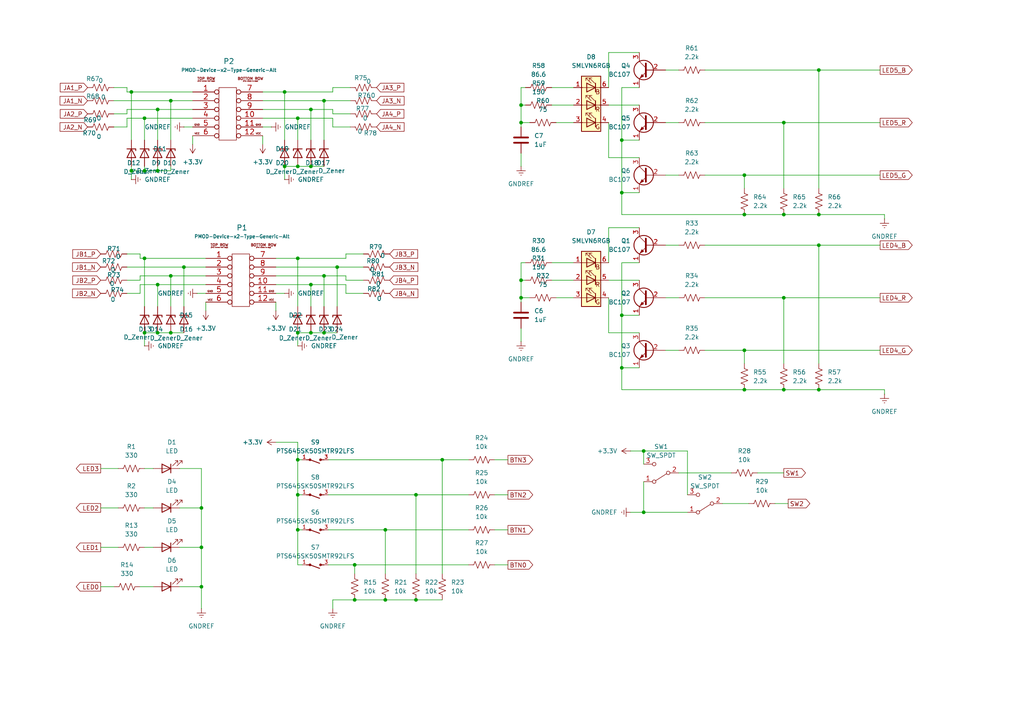
<source format=kicad_sch>
(kicad_sch (version 20231120) (generator "eeschema") (generator_version "8.0")
  (paper "A4")
  (junction (at 93.98 96.52))
  (junction (at 49.53 96.52))
  (junction (at 102.87 163.83))
  (junction (at 49.53 80.01))
  (junction (at 186.69 148.59))
  (junction (at 180.34 40.64))
  (junction (at 45.72 96.52))
  (junction (at 215.9 101.6))
  (junction (at 102.87 173.99))
  (junction (at 186.69 130.81))
  (junction (at 86.36 133.35))
  (junction (at 86.36 74.93))
  (junction (at 45.72 49.53))
  (junction (at 111.76 153.67))
  (junction (at 86.36 34.29))
  (junction (at 237.49 62.23))
  (junction (at 90.17 82.55))
  (junction (at 180.34 91.44))
  (junction (at 82.55 48.26))
  (junction (at 38.1 49.53))
  (junction (at 237.49 71.12))
  (junction (at 151.13 86.36))
  (junction (at 237.49 20.32))
  (junction (at 41.91 34.29))
  (junction (at 90.17 31.75))
  (junction (at 86.36 96.52))
  (junction (at 58.42 158.75))
  (junction (at 93.98 80.01))
  (junction (at 41.91 74.93))
  (junction (at 227.33 62.23))
  (junction (at 180.34 106.68))
  (junction (at 38.1 26.67))
  (junction (at 86.36 143.51))
  (junction (at 215.9 62.23))
  (junction (at 120.65 173.99))
  (junction (at 93.98 29.21))
  (junction (at 86.36 153.67))
  (junction (at 215.9 113.03))
  (junction (at 49.53 29.21))
  (junction (at 128.27 133.35))
  (junction (at 237.49 113.03))
  (junction (at 180.34 55.88))
  (junction (at 90.17 96.52))
  (junction (at 151.13 35.56))
  (junction (at 58.42 170.18))
  (junction (at 41.91 49.53))
  (junction (at 97.79 77.47))
  (junction (at 90.17 48.26))
  (junction (at 82.55 26.67))
  (junction (at 86.36 48.26))
  (junction (at 45.72 31.75))
  (junction (at 227.33 35.56))
  (junction (at 151.13 30.48))
  (junction (at 227.33 86.36))
  (junction (at 120.65 143.51))
  (junction (at 53.34 77.47))
  (junction (at 58.42 147.32))
  (junction (at 151.13 81.28))
  (junction (at 111.76 173.99))
  (junction (at 41.91 96.52))
  (junction (at 45.72 82.55))
  (junction (at 215.9 50.8))
  (junction (at 227.33 113.03))
  (wire (pts (xy 58.42 170.18) (xy 58.42 176.53)))
  (wire (pts (xy 102.87 163.83) (xy 135.89 163.83)))
  (wire (pts (xy 120.65 166.37) (xy 120.65 143.51)))
  (wire (pts (xy 120.65 143.51) (xy 135.89 143.51)))
  (wire (pts (xy 29.21 135.89) (xy 34.29 135.89)))
  (wire (pts (xy 193.04 86.36) (xy 196.85 86.36)))
  (wire (pts (xy 86.36 143.51) (xy 87.63 143.51)))
  (wire (pts (xy 215.9 113.03) (xy 180.34 113.03)))
  (wire (pts (xy 151.13 25.4) (xy 151.13 30.48)))
  (wire (pts (xy 215.9 101.6) (xy 255.27 101.6)))
  (wire (pts (xy 105.41 81.28) (xy 100.33 81.28)))
  (wire (pts (xy 209.55 146.05) (xy 217.17 146.05)))
  (wire (pts (xy 227.33 62.23) (xy 237.49 62.23)))
  (wire (pts (xy 93.98 80.01) (xy 93.98 88.9)))
  (wire (pts (xy 49.53 40.64) (xy 49.53 29.21)))
  (wire (pts (xy 40.64 74.93) (xy 41.91 74.93)))
  (wire (pts (xy 49.53 80.01) (xy 59.69 80.01)))
  (wire (pts (xy 58.42 158.75) (xy 58.42 170.18)))
  (wire (pts (xy 256.54 63.5) (xy 256.54 62.23)))
  (wire (pts (xy 40.64 81.28) (xy 40.64 80.01)))
  (wire (pts (xy 38.1 26.67) (xy 38.1 40.64)))
  (wire (pts (xy 151.13 44.45) (xy 151.13 48.26)))
  (wire (pts (xy 185.42 25.4) (xy 180.34 25.4)))
  (wire (pts (xy 86.36 143.51) (xy 86.36 153.67)))
  (wire (pts (xy 93.98 29.21) (xy 101.6 29.21)))
  (wire (pts (xy 33.02 33.02) (xy 36.83 33.02)))
  (wire (pts (xy 215.9 54.61) (xy 215.9 50.8)))
  (wire (pts (xy 100.33 74.93) (xy 86.36 74.93)))
  (wire (pts (xy 95.25 163.83) (xy 102.87 163.83)))
  (wire (pts (xy 80.01 80.01) (xy 93.98 80.01)))
  (wire (pts (xy 193.04 101.6) (xy 196.85 101.6)))
  (wire (pts (xy 227.33 113.03) (xy 237.49 113.03)))
  (wire (pts (xy 52.07 147.32) (xy 58.42 147.32)))
  (wire (pts (xy 36.83 81.28) (xy 40.64 81.28)))
  (wire (pts (xy 33.02 29.21) (xy 49.53 29.21)))
  (wire (pts (xy 151.13 76.2) (xy 151.13 81.28)))
  (wire (pts (xy 152.4 25.4) (xy 151.13 25.4)))
  (wire (pts (xy 199.39 143.51) (xy 199.39 130.81)))
  (wire (pts (xy 80.01 82.55) (xy 90.17 82.55)))
  (wire (pts (xy 36.83 77.47) (xy 53.34 77.47)))
  (wire (pts (xy 76.2 39.37) (xy 76.2 41.91)))
  (wire (pts (xy 186.69 130.81) (xy 186.69 134.62)))
  (wire (pts (xy 161.29 86.36) (xy 166.37 86.36)))
  (wire (pts (xy 93.98 29.21) (xy 93.98 40.64)))
  (wire (pts (xy 40.64 85.09) (xy 40.64 82.55)))
  (wire (pts (xy 143.51 133.35) (xy 147.32 133.35)))
  (wire (pts (xy 193.04 50.8) (xy 196.85 50.8)))
  (wire (pts (xy 36.83 33.02) (xy 36.83 31.75)))
  (wire (pts (xy 36.83 31.75) (xy 45.72 31.75)))
  (wire (pts (xy 45.72 96.52) (xy 49.53 96.52)))
  (wire (pts (xy 176.53 86.36) (xy 176.53 96.52)))
  (wire (pts (xy 90.17 31.75) (xy 96.52 31.75)))
  (wire (pts (xy 227.33 35.56) (xy 255.27 35.56)))
  (wire (pts (xy 86.36 133.35) (xy 87.63 133.35)))
  (wire (pts (xy 49.53 49.53) (xy 45.72 49.53)))
  (wire (pts (xy 176.53 81.28) (xy 185.42 81.28)))
  (wire (pts (xy 143.51 153.67) (xy 147.32 153.67)))
  (wire (pts (xy 176.53 66.04) (xy 185.42 66.04)))
  (wire (pts (xy 101.6 33.02) (xy 96.52 33.02)))
  (wire (pts (xy 143.51 143.51) (xy 147.32 143.51)))
  (wire (pts (xy 76.2 31.75) (xy 90.17 31.75)))
  (wire (pts (xy 49.53 48.26) (xy 49.53 49.53)))
  (wire (pts (xy 33.02 25.4) (xy 36.83 25.4)))
  (wire (pts (xy 95.25 153.67) (xy 111.76 153.67)))
  (wire (pts (xy 176.53 25.4) (xy 176.53 15.24)))
  (wire (pts (xy 41.91 34.29) (xy 55.88 34.29)))
  (wire (pts (xy 161.29 35.56) (xy 166.37 35.56)))
  (wire (pts (xy 86.36 48.26) (xy 90.17 48.26)))
  (wire (pts (xy 90.17 31.75) (xy 90.17 40.64)))
  (wire (pts (xy 101.6 36.83) (xy 96.52 36.83)))
  (wire (pts (xy 45.72 31.75) (xy 55.88 31.75)))
  (wire (pts (xy 180.34 76.2) (xy 180.34 91.44)))
  (wire (pts (xy 227.33 54.61) (xy 227.33 35.56)))
  (wire (pts (xy 193.04 71.12) (xy 196.85 71.12)))
  (wire (pts (xy 151.13 36.83) (xy 151.13 35.56)))
  (wire (pts (xy 176.53 35.56) (xy 176.53 45.72)))
  (wire (pts (xy 45.72 82.55) (xy 45.72 88.9)))
  (wire (pts (xy 215.9 113.03) (xy 227.33 113.03)))
  (wire (pts (xy 215.9 105.41) (xy 215.9 101.6)))
  (wire (pts (xy 96.52 176.53) (xy 96.52 173.99)))
  (wire (pts (xy 193.04 20.32) (xy 196.85 20.32)))
  (wire (pts (xy 38.1 49.53) (xy 41.91 49.53)))
  (wire (pts (xy 45.72 48.26) (xy 45.72 49.53)))
  (wire (pts (xy 80.01 74.93) (xy 86.36 74.93)))
  (wire (pts (xy 237.49 105.41) (xy 237.49 71.12)))
  (wire (pts (xy 52.07 158.75) (xy 58.42 158.75)))
  (wire (pts (xy 29.21 170.18) (xy 33.02 170.18)))
  (wire (pts (xy 100.33 81.28) (xy 100.33 80.01)))
  (wire (pts (xy 186.69 139.7) (xy 186.69 148.59)))
  (wire (pts (xy 76.2 26.67) (xy 82.55 26.67)))
  (wire (pts (xy 100.33 73.66) (xy 100.33 74.93)))
  (wire (pts (xy 80.01 85.09) (xy 82.55 85.09)))
  (wire (pts (xy 76.2 34.29) (xy 86.36 34.29)))
  (wire (pts (xy 95.25 143.51) (xy 120.65 143.51)))
  (wire (pts (xy 111.76 173.99) (xy 120.65 173.99)))
  (wire (pts (xy 256.54 62.23) (xy 237.49 62.23)))
  (wire (pts (xy 102.87 173.99) (xy 111.76 173.99)))
  (wire (pts (xy 86.36 153.67) (xy 86.36 163.83)))
  (wire (pts (xy 176.53 30.48) (xy 185.42 30.48)))
  (wire (pts (xy 93.98 96.52) (xy 97.79 96.52)))
  (wire (pts (xy 256.54 114.3) (xy 256.54 113.03)))
  (wire (pts (xy 55.88 39.37) (xy 55.88 41.91)))
  (wire (pts (xy 36.83 73.66) (xy 40.64 73.66)))
  (wire (pts (xy 80.01 87.63) (xy 80.01 90.17)))
  (wire (pts (xy 215.9 62.23) (xy 180.34 62.23)))
  (wire (pts (xy 204.47 20.32) (xy 237.49 20.32)))
  (wire (pts (xy 97.79 77.47) (xy 97.79 88.9)))
  (wire (pts (xy 196.85 137.16) (xy 212.09 137.16)))
  (wire (pts (xy 96.52 34.29) (xy 86.36 34.29)))
  (wire (pts (xy 86.36 128.27) (xy 86.36 133.35)))
  (wire (pts (xy 128.27 133.35) (xy 128.27 166.37)))
  (wire (pts (xy 40.64 73.66) (xy 40.64 74.93)))
  (wire (pts (xy 86.36 153.67) (xy 87.63 153.67)))
  (wire (pts (xy 100.33 85.09) (xy 100.33 82.55)))
  (wire (pts (xy 111.76 153.67) (xy 111.76 166.37)))
  (wire (pts (xy 219.71 137.16) (xy 227.33 137.16)))
  (wire (pts (xy 58.42 135.89) (xy 58.42 147.32)))
  (wire (pts (xy 82.55 48.26) (xy 86.36 48.26)))
  (wire (pts (xy 215.9 62.23) (xy 227.33 62.23)))
  (wire (pts (xy 151.13 86.36) (xy 153.67 86.36)))
  (wire (pts (xy 90.17 48.26) (xy 93.98 48.26)))
  (wire (pts (xy 215.9 50.8) (xy 255.27 50.8)))
  (wire (pts (xy 41.91 135.89) (xy 44.45 135.89)))
  (wire (pts (xy 180.34 62.23) (xy 180.34 55.88)))
  (wire (pts (xy 224.79 146.05) (xy 228.6 146.05)))
  (wire (pts (xy 160.02 81.28) (xy 166.37 81.28)))
  (wire (pts (xy 193.04 35.56) (xy 196.85 35.56)))
  (wire (pts (xy 49.53 29.21) (xy 55.88 29.21)))
  (wire (pts (xy 186.69 148.59) (xy 182.88 148.59)))
  (wire (pts (xy 36.83 25.4) (xy 36.83 26.67)))
  (wire (pts (xy 90.17 96.52) (xy 93.98 96.52)))
  (wire (pts (xy 204.47 71.12) (xy 237.49 71.12)))
  (wire (pts (xy 176.53 96.52) (xy 185.42 96.52)))
  (wire (pts (xy 45.72 31.75) (xy 45.72 40.64)))
  (wire (pts (xy 151.13 35.56) (xy 153.67 35.56)))
  (wire (pts (xy 86.36 163.83) (xy 87.63 163.83)))
  (wire (pts (xy 59.69 87.63) (xy 59.69 90.17)))
  (wire (pts (xy 86.36 96.52) (xy 86.36 100.33)))
  (wire (pts (xy 86.36 96.52) (xy 90.17 96.52)))
  (wire (pts (xy 237.49 20.32) (xy 255.27 20.32)))
  (wire (pts (xy 151.13 95.25) (xy 151.13 99.06)))
  (wire (pts (xy 256.54 113.03) (xy 237.49 113.03)))
  (wire (pts (xy 180.34 106.68) (xy 180.34 91.44)))
  (wire (pts (xy 40.64 80.01) (xy 49.53 80.01)))
  (wire (pts (xy 143.51 163.83) (xy 147.32 163.83)))
  (wire (pts (xy 52.07 170.18) (xy 58.42 170.18)))
  (wire (pts (xy 151.13 30.48) (xy 151.13 35.56)))
  (wire (pts (xy 227.33 35.56) (xy 204.47 35.56)))
  (wire (pts (xy 76.2 29.21) (xy 93.98 29.21)))
  (wire (pts (xy 105.41 73.66) (xy 100.33 73.66)))
  (wire (pts (xy 215.9 50.8) (xy 204.47 50.8)))
  (wire (pts (xy 93.98 80.01) (xy 100.33 80.01)))
  (wire (pts (xy 101.6 25.4) (xy 96.52 25.4)))
  (wire (pts (xy 86.36 34.29) (xy 86.36 40.64)))
  (wire (pts (xy 38.1 26.67) (xy 55.88 26.67)))
  (wire (pts (xy 111.76 153.67) (xy 135.89 153.67)))
  (wire (pts (xy 160.02 25.4) (xy 166.37 25.4)))
  (wire (pts (xy 49.53 80.01) (xy 49.53 88.9)))
  (wire (pts (xy 151.13 87.63) (xy 151.13 86.36)))
  (wire (pts (xy 41.91 96.52) (xy 45.72 96.52)))
  (wire (pts (xy 180.34 40.64) (xy 185.42 40.64)))
  (wire (pts (xy 86.36 133.35) (xy 86.36 143.51)))
  (wire (pts (xy 53.34 88.9) (xy 53.34 77.47)))
  (wire (pts (xy 176.53 45.72) (xy 185.42 45.72)))
  (wire (pts (xy 186.69 148.59) (xy 199.39 148.59)))
  (wire (pts (xy 100.33 82.55) (xy 90.17 82.55)))
  (wire (pts (xy 152.4 30.48) (xy 151.13 30.48)))
  (wire (pts (xy 180.34 25.4) (xy 180.34 40.64)))
  (wire (pts (xy 36.83 36.83) (xy 36.83 34.29)))
  (wire (pts (xy 86.36 74.93) (xy 86.36 88.9)))
  (wire (pts (xy 227.33 86.36) (xy 227.33 105.41)))
  (wire (pts (xy 41.91 34.29) (xy 41.91 40.64)))
  (wire (pts (xy 41.91 74.93) (xy 59.69 74.93)))
  (wire (pts (xy 128.27 133.35) (xy 135.89 133.35)))
  (wire (pts (xy 182.88 130.81) (xy 186.69 130.81)))
  (wire (pts (xy 45.72 49.53) (xy 41.91 49.53)))
  (wire (pts (xy 38.1 48.26) (xy 38.1 49.53)))
  (wire (pts (xy 80.01 77.47) (xy 97.79 77.47)))
  (wire (pts (xy 120.65 173.99) (xy 128.27 173.99)))
  (wire (pts (xy 152.4 76.2) (xy 151.13 76.2)))
  (wire (pts (xy 40.64 170.18) (xy 44.45 170.18)))
  (wire (pts (xy 41.91 74.93) (xy 41.91 88.9)))
  (wire (pts (xy 185.42 76.2) (xy 180.34 76.2)))
  (wire (pts (xy 49.53 96.52) (xy 53.34 96.52)))
  (wire (pts (xy 152.4 81.28) (xy 151.13 81.28)))
  (wire (pts (xy 95.25 133.35) (xy 128.27 133.35)))
  (wire (pts (xy 180.34 113.03) (xy 180.34 106.68)))
  (wire (pts (xy 80.01 128.27) (xy 86.36 128.27)))
  (wire (pts (xy 102.87 163.83) (xy 102.87 166.37)))
  (wire (pts (xy 96.52 173.99) (xy 102.87 173.99)))
  (wire (pts (xy 41.91 48.26) (xy 41.91 49.53)))
  (wire (pts (xy 38.1 49.53) (xy 38.1 52.07)))
  (wire (pts (xy 176.53 15.24) (xy 185.42 15.24)))
  (wire (pts (xy 41.91 96.52) (xy 41.91 100.33)))
  (wire (pts (xy 29.21 158.75) (xy 34.29 158.75)))
  (wire (pts (xy 160.02 30.48) (xy 166.37 30.48)))
  (wire (pts (xy 82.55 26.67) (xy 82.55 40.64)))
  (wire (pts (xy 176.53 76.2) (xy 176.53 66.04)))
  (wire (pts (xy 36.83 34.29) (xy 41.91 34.29)))
  (wire (pts (xy 90.17 82.55) (xy 90.17 88.9)))
  (wire (pts (xy 96.52 26.67) (xy 82.55 26.67)))
  (wire (pts (xy 33.02 36.83) (xy 36.83 36.83)))
  (wire (pts (xy 160.02 76.2) (xy 166.37 76.2)))
  (wire (pts (xy 151.13 81.28) (xy 151.13 86.36)))
  (wire (pts (xy 57.15 85.09) (xy 59.69 85.09)))
  (wire (pts (xy 36.83 26.67) (xy 38.1 26.67)))
  (wire (pts (xy 237.49 54.61) (xy 237.49 20.32)))
  (wire (pts (xy 96.52 33.02) (xy 96.52 31.75)))
  (wire (pts (xy 97.79 77.47) (xy 105.41 77.47)))
  (wire (pts (xy 36.83 85.09) (xy 40.64 85.09)))
  (wire (pts (xy 96.52 25.4) (xy 96.52 26.67)))
  (wire (pts (xy 255.27 86.36) (xy 227.33 86.36)))
  (wire (pts (xy 76.2 36.83) (xy 78.74 36.83)))
  (wire (pts (xy 237.49 71.12) (xy 255.27 71.12)))
  (wire (pts (xy 82.55 48.26) (xy 82.55 52.07)))
  (wire (pts (xy 53.34 36.83) (xy 55.88 36.83)))
  (wire (pts (xy 185.42 55.88) (xy 180.34 55.88)))
  (wire (pts (xy 180.34 55.88) (xy 180.34 40.64)))
  (wire (pts (xy 199.39 130.81) (xy 186.69 130.81)))
  (wire (pts (xy 52.07 135.89) (xy 58.42 135.89)))
  (wire (pts (xy 45.72 82.55) (xy 59.69 82.55)))
  (wire (pts (xy 96.52 36.83) (xy 96.52 34.29)))
  (wire (pts (xy 180.34 91.44) (xy 185.42 91.44)))
  (wire (pts (xy 215.9 101.6) (xy 204.47 101.6)))
  (wire (pts (xy 41.91 147.32) (xy 44.45 147.32)))
  (wire (pts (xy 53.34 77.47) (xy 59.69 77.47)))
  (wire (pts (xy 40.64 82.55) (xy 45.72 82.55)))
  (wire (pts (xy 185.42 106.68) (xy 180.34 106.68)))
  (wire (pts (xy 58.42 147.32) (xy 58.42 158.75)))
  (wire (pts (xy 41.91 158.75) (xy 44.45 158.75)))
  (wire (pts (xy 105.41 85.09) (xy 100.33 85.09)))
  (wire (pts (xy 29.21 147.32) (xy 34.29 147.32)))
  (wire (pts (xy 227.33 86.36) (xy 204.47 86.36)))
  (global_label "LED2" (shape output) (at 29.21 147.32 180) (property "Intersheetrefs" "${INTERSHEET_REFS}" (effects (hide yes))))
  (global_label "LED0" (shape output) (at 29.21 170.18 180) (property "Intersheetrefs" "${INTERSHEET_REFS}" (effects (hide yes))))
  (global_label "JA1_N" (shape input) (at 25.4 29.21 180) (property "Intersheetrefs" "${INTERSHEET_REFS}" (effects (hide yes))))
  (global_label "JA3_N" (shape input) (at 109.22 29.21 0) (property "Intersheetrefs" "${INTERSHEET_REFS}" (effects (hide yes))))
  (global_label "LED5_R" (shape output) (at 255.27 35.56 0) (property "Intersheetrefs" "${INTERSHEET_REFS}" (effects (hide yes))))
  (global_label "BTN2" (shape output) (at 147.32 143.51 0) (property "Intersheetrefs" "${INTERSHEET_REFS}" (effects (hide yes))))
  (global_label "JA2_P" (shape input) (at 25.4 33.02 180) (property "Intersheetrefs" "${INTERSHEET_REFS}" (effects (hide yes))))
  (global_label "JB2_P" (shape input) (at 29.21 81.28 180) (property "Intersheetrefs" "${INTERSHEET_REFS}" (effects (hide yes))))
  (global_label "LED1" (shape output) (at 29.21 158.75 180) (property "Intersheetrefs" "${INTERSHEET_REFS}" (effects (hide yes))))
  (global_label "JA1_P" (shape input) (at 25.4 25.4 180) (property "Intersheetrefs" "${INTERSHEET_REFS}" (effects (hide yes))))
  (global_label "JB1_P" (shape input) (at 29.21 73.66 180) (property "Intersheetrefs" "${INTERSHEET_REFS}" (effects (hide yes))))
  (global_label "LED4_B" (shape output) (at 255.27 71.12 0) (property "Intersheetrefs" "${INTERSHEET_REFS}" (effects (hide yes))))
  (global_label "LED4_G" (shape output) (at 255.27 101.6 0) (property "Intersheetrefs" "${INTERSHEET_REFS}" (effects (hide yes))))
  (global_label "LED5_B" (shape output) (at 255.27 20.32 0) (property "Intersheetrefs" "${INTERSHEET_REFS}" (effects (hide yes))))
  (global_label "JB4_P" (shape input) (at 113.03 81.28 0) (property "Intersheetrefs" "${INTERSHEET_REFS}" (effects (hide yes))))
  (global_label "LED5_G" (shape output) (at 255.27 50.8 0) (property "Intersheetrefs" "${INTERSHEET_REFS}" (effects (hide yes))))
  (global_label "JA4_P" (shape input) (at 109.22 33.02 0) (property "Intersheetrefs" "${INTERSHEET_REFS}" (effects (hide yes))))
  (global_label "BTN1" (shape output) (at 147.32 153.67 0) (property "Intersheetrefs" "${INTERSHEET_REFS}" (effects (hide yes))))
  (global_label "JB4_N" (shape input) (at 113.03 85.09 0) (property "Intersheetrefs" "${INTERSHEET_REFS}" (effects (hide yes))))
  (global_label "SW2" (shape output) (at 228.6 146.05 0) (property "Intersheetrefs" "${INTERSHEET_REFS}" (effects (hide yes))))
  (global_label "JA3_P" (shape input) (at 109.22 25.4 0) (property "Intersheetrefs" "${INTERSHEET_REFS}" (effects (hide yes))))
  (global_label "JB3_P" (shape input) (at 113.03 73.66 0) (property "Intersheetrefs" "${INTERSHEET_REFS}" (effects (hide yes))))
  (global_label "JB1_N" (shape input) (at 29.21 77.47 180) (property "Intersheetrefs" "${INTERSHEET_REFS}" (effects (hide yes))))
  (global_label "BTN3" (shape output) (at 147.32 133.35 0) (property "Intersheetrefs" "${INTERSHEET_REFS}" (effects (hide yes))))
  (global_label "JB3_N" (shape input) (at 113.03 77.47 0) (property "Intersheetrefs" "${INTERSHEET_REFS}" (effects (hide yes))))
  (global_label "LED4_R" (shape output) (at 255.27 86.36 0) (property "Intersheetrefs" "${INTERSHEET_REFS}" (effects (hide yes))))
  (global_label "JA4_N" (shape input) (at 109.22 36.83 0) (property "Intersheetrefs" "${INTERSHEET_REFS}" (effects (hide yes))))
  (global_label "JB2_N" (shape input) (at 29.21 85.09 180) (property "Intersheetrefs" "${INTERSHEET_REFS}" (effects (hide yes))))
  (global_label "JA2_N" (shape input) (at 25.4 36.83 180) (property "Intersheetrefs" "${INTERSHEET_REFS}" (effects (hide yes))))
  (global_label "LED3" (shape output) (at 29.21 135.89 180) (property "Intersheetrefs" "${INTERSHEET_REFS}" (effects (hide yes))))
  (global_label "SW1" (shape output) (at 227.33 137.16 0) (property "Intersheetrefs" "${INTERSHEET_REFS}" (effects (hide yes))))
  (global_label "BTN0" (shape output) (at 147.32 163.83 0) (property "Intersheetrefs" "${INTERSHEET_REFS}" (effects (hide yes))))
  (symbol (lib_id "Device:R_US") (at 139.7 163.83 90) (unit 1)
    (property "Reference" "R27" (at 139.7 157.48 90))
    (property "Value" "10k" (at 139.7 160.02 90))
    (property "Footprint" "footprints:R_0402" (effects (hide yes)))
    (property "Description" "Resistor, US symbol" (effects (hide yes)))
  )
  (symbol (lib_id "Device:R_US") (at 105.41 33.02 270) (mirror x) (unit 1)
    (property "Reference" "R77" (at 105.156 31.496 90))
    (property "Value" "0" (at 105.918 34.29 90))
    (property "Footprint" "footprints:R_0402" (effects (hide yes)))
    (property "Description" "Resistor, US symbol" (effects (hide yes)))
  )
  (symbol (lib_id "Transistor_BJT:BC107") (at 187.96 50.8 0) (mirror y) (unit 1)
    (property "Reference" "Q6" (at 182.88 49.5299 0) (effects (justify left)))
    (property "Value" "BC107" (at 182.88 52.0699 0) (effects (justify left)))
    (property "Footprint" "footprints:TO-18-3" (effects (hide yes)))
    (property "Datasheet" "http://www.b-kainka.de/Daten/Transistor/BC108.pdf" (effects (hide yes)))
    (property "Description" "0.1A Ic, 50V Vce, Low Noise General Purpose NPN Transistor, TO-18" (effects (hide yes)))
  )
  (symbol (lib_id "pmod:PMOD-Device-x2-Type-Generic-Alt") (at 68.58 40.64 0) (mirror y) (unit 1)
    (property "Reference" "P2" (at 66.3717 17.78 0) (effects (font (size 1.524 1.524))))
    (property "Value" "PMOD-Device-x2-Type-Generic-Alt" (at 66.3717 20.32 0) (effects (font (size 0.9906 0.9906))))
    (property "Footprint" "footprints:CONN_PPPC062LJBN-RC_SUL" (effects (hide yes)))
  )
  (symbol (lib_id "Device:R_US") (at 215.9 58.42 180) (unit 1)
    (property "Reference" "R64" (at 218.44 57.1499 0) (effects (justify right)))
    (property "Value" "2.2k" (at 218.44 59.6899 0) (effects (justify right)))
    (property "Footprint" "footprints:R_0402" (effects (hide yes)))
    (property "Description" "Resistor, US symbol" (effects (hide yes)))
  )
  (symbol (lib_id "Device:R_US") (at 156.21 25.4 90) (unit 1)
    (property "Reference" "R58" (at 156.21 19.05 90))
    (property "Value" "86.6" (at 156.21 21.59 90))
    (property "Footprint" "footprints:R_0402" (effects (hide yes)))
    (property "Description" "Resistor, US symbol" (effects (hide yes)))
  )
  (symbol (lib_id "Device:R_US") (at 215.9 109.22 180) (unit 1)
    (property "Reference" "R55" (at 218.44 107.9499 0) (effects (justify right)))
    (property "Value" "2.2k" (at 218.44 110.4899 0) (effects (justify right)))
    (property "Footprint" "footprints:R_0402" (effects (hide yes)))
    (property "Description" "Resistor, US symbol" (effects (hide yes)))
  )
  (symbol (lib_id "Device:D_Zener") (at 93.98 92.71 90) (mirror x) (unit 1)
    (property "Reference" "D23" (at 96.266 95.504 90) (effects (justify left)))
    (property "Value" "D_Zener" (at 96.266 98.044 90) (effects (justify left)))
    (property "Footprint" "footprints:SOD123_DIO" (effects (hide yes)))
    (property "Description" "Zener diode" (effects (hide yes)))
  )
  (symbol (lib_id "Device:LED") (at 48.26 147.32 180) (unit 1)
    (property "Reference" "D4" (at 49.8475 139.7 0))
    (property "Value" "LED" (at 49.8475 142.24 0))
    (property "Footprint" "footprints:LED_0402_1005Metric" (effects (hide yes)))
    (property "Description" "Light emitting diode" (effects (hide yes)))
  )
  (symbol (lib_id "Device:D_Zener") (at 90.17 44.45 90) (mirror x) (unit 1)
    (property "Reference" "D18" (at 92.456 47.244 90) (effects (justify left)))
    (property "Value" "D_Zener" (at 92.456 49.784 90) (effects (justify left)))
    (property "Footprint" "footprints:SOD123_DIO" (effects (hide yes)))
    (property "Description" "Zener diode" (effects (hide yes)))
  )
  (symbol (lib_id "PTS645SK50SMTR92LFS_:PTS645SK50SMTR92LFS") (at 91.44 163.83 90) (unit 1)
    (property "Reference" "S7" (at 91.44 158.75 90))
    (property "Value" "PTS645SK50SMTR92LFS" (at 91.44 161.29 90))
    (property "Footprint" "footprints:SW_PTS645SK50SMTR92LFS" (effects (hide yes)))
    (property "STANDARD" "Manufacturer Recommendations" (effects (hide yes)))
    (property "MANUFACTURER" "CnK" (effects (hide yes)))
  )
  (symbol (lib_id "Switch2:SW_SPDT") (at 191.77 137.16 180) (unit 1)
    (property "Reference" "SW1" (at 191.77 129.54 0))
    (property "Value" "SW_SPDT" (at 191.77 132.08 0))
    (property "Footprint" "footprints:SS-12D10G5_XKB" (effects (hide yes)))
    (property "Description" "Switch, single pole double throw" (effects (hide yes)))
  )
  (symbol (lib_id "Device:R_US") (at 38.1 158.75 90) (unit 1)
    (property "Reference" "R13" (at 38.1 152.4 90))
    (property "Value" "330" (at 38.1 154.94 90))
    (property "Footprint" "footprints:R_0402" (effects (hide yes)))
    (property "Description" "Resistor, US symbol" (effects (hide yes)))
  )
  (symbol (lib_id "power:GNDREF") (at 57.15 85.09 270) (unit 1)
    (property "Reference" "#PWR016" (effects (hide yes)))
    (property "Value" "GNDREF" (at 53.34 85.0899 90) (effects (justify right)))
    (property "Description" "Power symbol creates a global label with name \"GNDREF\" , reference supply ground" (effects (hide yes)))
  )
  (symbol (lib_id "Device:R_US") (at 105.41 36.83 270) (mirror x) (unit 1)
    (property "Reference" "R78" (at 107.442 38.608 90))
    (property "Value" "0" (at 104.394 38.1 90))
    (property "Footprint" "footprints:R_0402" (effects (hide yes)))
    (property "Description" "Resistor, US symbol" (effects (hide yes)))
  )
  (symbol (lib_id "Device:C") (at 151.13 40.64 0) (unit 1)
    (property "Reference" "C7" (at 154.94 39.3699 0) (effects (justify left)))
    (property "Value" "1uF" (at 154.94 41.9099 0) (effects (justify left)))
    (property "Footprint" "footprints:C_0402" (effects (hide yes)))
    (property "Description" "Unpolarized capacitor" (effects (hide yes)))
  )
  (symbol (lib_id "Device:D_Zener") (at 41.91 92.71 270) (unit 1)
    (property "Reference" "D13" (at 40.132 95.504 90) (effects (justify left)))
    (property "Value" "D_Zener" (at 35.814 97.79 90) (effects (justify left)))
    (property "Footprint" "footprints:SOD123_DIO" (effects (hide yes)))
    (property "Description" "Zener diode" (effects (hide yes)))
  )
  (symbol (lib_id "power:+3.3V") (at 76.2 41.91 180) (unit 1)
    (property "Reference" "#PWR013" (effects (hide yes)))
    (property "Value" "+3.3V" (at 76.2 46.99 0))
    (property "Description" "Power symbol creates a global label with name \"+3.3V\"" (effects (hide yes)))
  )
  (symbol (lib_id "LED:SMLVN6RGB") (at 171.45 81.28 0) (unit 1)
    (property "Reference" "D7" (at 171.45 67.31 0))
    (property "Value" "SMLVN6RGB" (at 171.45 69.85 0))
    (property "Footprint" "footprints:LED_SMLV56_ROM" (effects (hide yes)))
    (property "Datasheet" "https://www.rohm.com/datasheet/SMLVN6RGB1U" (effects (hide yes)))
    (property "Description" "High Brightness Tri-Color LED, RGB, 3.5x2.8mm" (effects (hide yes)))
  )
  (symbol (lib_id "power:GNDREF") (at 256.54 63.5 0) (unit 1)
    (property "Reference" "#PWR09" (effects (hide yes)))
    (property "Value" "GNDREF" (at 256.54 68.58 0))
    (property "Description" "Power symbol creates a global label with name \"GNDREF\" , reference supply ground" (effects (hide yes)))
  )
  (symbol (lib_id "Device:R_US") (at 105.41 29.21 270) (mirror x) (unit 1)
    (property "Reference" "R76" (at 105.664 27.686 90))
    (property "Value" "0" (at 108.204 27.686 90))
    (property "Footprint" "footprints:R_0402" (effects (hide yes)))
    (property "Description" "Resistor, US symbol" (effects (hide yes)))
  )
  (symbol (lib_id "PTS645SK50SMTR92LFS_:PTS645SK50SMTR92LFS") (at 91.44 133.35 90) (unit 1)
    (property "Reference" "S9" (at 91.44 128.27 90))
    (property "Value" "PTS645SK50SMTR92LFS" (at 91.44 130.81 90))
    (property "Footprint" "footprints:SW_PTS645SK50SMTR92LFS" (effects (hide yes)))
    (property "STANDARD" "Manufacturer Recommendations" (effects (hide yes)))
    (property "MANUFACTURER" "CnK" (effects (hide yes)))
  )
  (symbol (lib_id "Device:R_US") (at 29.21 25.4 90) (unit 1)
    (property "Reference" "R67" (at 26.924 22.86 90))
    (property "Value" "0" (at 29.21 23.368 90))
    (property "Footprint" "footprints:R_0402" (effects (hide yes)))
    (property "Description" "Resistor, US symbol" (effects (hide yes)))
  )
  (symbol (lib_id "Device:R_US") (at 237.49 58.42 180) (unit 1)
    (property "Reference" "R66" (at 240.03 57.1499 0) (effects (justify right)))
    (property "Value" "2.2k" (at 240.03 59.6899 0) (effects (justify right)))
    (property "Footprint" "footprints:R_0402" (effects (hide yes)))
    (property "Description" "Resistor, US symbol" (effects (hide yes)))
  )
  (symbol (lib_id "power:GNDREF") (at 38.1 52.07 90) (unit 1)
    (property "Reference" "#PWR010" (effects (hide yes)))
    (property "Value" "GNDREF" (at 41.91 52.0699 90) (effects (justify right)))
    (property "Description" "Power symbol creates a global label with name \"GNDREF\" , reference supply ground" (effects (hide yes)))
  )
  (symbol (lib_id "Device:R_US") (at 156.21 81.28 90) (unit 1)
    (property "Reference" "R31" (at 156.21 74.93 90))
    (property "Value" "150" (at 156.21 77.47 90))
    (property "Footprint" "footprints:R_0402" (effects (hide yes)))
    (property "Description" "Resistor, US symbol" (effects (hide yes)))
  )
  (symbol (lib_id "power:GNDREF") (at 256.54 114.3 0) (unit 1)
    (property "Reference" "#PWR07" (effects (hide yes)))
    (property "Value" "GNDREF" (at 256.54 119.38 0))
    (property "Description" "Power symbol creates a global label with name \"GNDREF\" , reference supply ground" (effects (hide yes)))
  )
  (symbol (lib_id "Device:R_US") (at 200.66 86.36 90) (unit 1)
    (property "Reference" "R34" (at 200.66 80.01 90))
    (property "Value" "2.2k" (at 200.66 82.55 90))
    (property "Footprint" "footprints:R_0402" (effects (hide yes)))
    (property "Description" "Resistor, US symbol" (effects (hide yes)))
  )
  (symbol (lib_id "Device:LED") (at 48.26 135.89 180) (unit 1)
    (property "Reference" "D1" (at 49.8475 128.27 0))
    (property "Value" "LED" (at 49.8475 130.81 0))
    (property "Footprint" "footprints:LED_0402_1005Metric" (effects (hide yes)))
    (property "Description" "Light emitting diode" (effects (hide yes)))
  )
  (symbol (lib_id "Transistor_BJT:BC107") (at 187.96 101.6 0) (mirror y) (unit 1)
    (property "Reference" "Q3" (at 182.88 100.3299 0) (effects (justify left)))
    (property "Value" "BC107" (at 182.88 102.8699 0) (effects (justify left)))
    (property "Footprint" "footprints:TO-18-3" (effects (hide yes)))
    (property "Datasheet" "http://www.b-kainka.de/Daten/Transistor/BC108.pdf" (effects (hide yes)))
    (property "Description" "0.1A Ic, 50V Vce, Low Noise General Purpose NPN Transistor, TO-18" (effects (hide yes)))
  )
  (symbol (lib_id "pmod:PMOD-Device-x2-Type-Generic-Alt") (at 72.39 88.9 0) (mirror y) (unit 1)
    (property "Reference" "P1" (at 70.1817 66.04 0) (effects (font (size 1.524 1.524))))
    (property "Value" "PMOD-Device-x2-Type-Generic-Alt" (at 70.1817 68.58 0) (effects (font (size 0.9906 0.9906))))
    (property "Footprint" "footprints:CONN_PPPC062LJBN-RC_SUL" (effects (hide yes)))
  )
  (symbol (lib_id "Device:R_US") (at 200.66 20.32 90) (unit 1)
    (property "Reference" "R61" (at 200.66 13.97 90))
    (property "Value" "2.2k" (at 200.66 16.51 90))
    (property "Footprint" "footprints:R_0402" (effects (hide yes)))
    (property "Description" "Resistor, US symbol" (effects (hide yes)))
  )
  (symbol (lib_id "Device:R_US") (at 33.02 73.66 90) (unit 1)
    (property "Reference" "R71" (at 33.02 72.136 90))
    (property "Value" "0" (at 34.29 74.422 90))
    (property "Footprint" "footprints:R_0402" (effects (hide yes)))
    (property "Description" "Resistor, US symbol" (effects (hide yes)))
  )
  (symbol (lib_id "Device:R_US") (at 120.65 170.18 0) (unit 1)
    (property "Reference" "R22" (at 123.19 168.9099 0) (effects (justify left)))
    (property "Value" "10k" (at 123.19 171.4499 0) (effects (justify left)))
    (property "Footprint" "footprints:R_0402" (effects (hide yes)))
    (property "Description" "Resistor, US symbol" (effects (hide yes)))
  )
  (symbol (lib_id "Transistor_BJT:BC107") (at 187.96 86.36 0) (mirror y) (unit 1)
    (property "Reference" "Q2" (at 182.88 85.0899 0) (effects (justify left)))
    (property "Value" "BC107" (at 182.88 87.6299 0) (effects (justify left)))
    (property "Footprint" "footprints:TO-18-3" (effects (hide yes)))
    (property "Datasheet" "http://www.b-kainka.de/Daten/Transistor/BC108.pdf" (effects (hide yes)))
    (property "Description" "0.1A Ic, 50V Vce, Low Noise General Purpose NPN Transistor, TO-18" (effects (hide yes)))
  )
  (symbol (lib_id "Transistor_BJT:BC107") (at 187.96 35.56 0) (mirror y) (unit 1)
    (property "Reference" "Q5" (at 182.88 34.2899 0) (effects (justify left)))
    (property "Value" "BC107" (at 182.88 36.8299 0) (effects (justify left)))
    (property "Footprint" "footprints:TO-18-3" (effects (hide yes)))
    (property "Datasheet" "http://www.b-kainka.de/Daten/Transistor/BC108.pdf" (effects (hide yes)))
    (property "Description" "0.1A Ic, 50V Vce, Low Noise General Purpose NPN Transistor, TO-18" (effects (hide yes)))
  )
  (symbol (lib_id "Device:R_US") (at 157.48 35.56 90) (unit 1)
    (property "Reference" "R60" (at 157.48 29.21 90))
    (property "Value" "75" (at 157.48 31.75 90))
    (property "Footprint" "footprints:R_0402" (effects (hide yes)))
    (property "Description" "Resistor, US symbol" (effects (hide yes)))
  )
  (symbol (lib_id "power:GNDREF") (at 151.13 48.26 0) (unit 1)
    (property "Reference" "#PWR08" (effects (hide yes)))
    (property "Value" "GNDREF" (at 151.13 53.34 0))
    (property "Description" "Power symbol creates a global label with name \"GNDREF\" , reference supply ground" (effects (hide yes)))
  )
  (symbol (lib_id "Device:R_US") (at 139.7 143.51 90) (unit 1)
    (property "Reference" "R25" (at 139.7 137.16 90))
    (property "Value" "10k" (at 139.7 139.7 90))
    (property "Footprint" "footprints:R_0402" (effects (hide yes)))
    (property "Description" "Resistor, US symbol" (effects (hide yes)))
  )
  (symbol (lib_id "Device:LED") (at 48.26 170.18 180) (unit 1)
    (property "Reference" "D6" (at 49.8475 162.56 0))
    (property "Value" "LED" (at 49.8475 165.1 0))
    (property "Footprint" "footprints:LED_0402_1005Metric" (effects (hide yes)))
    (property "Description" "Light emitting diode" (effects (hide yes)))
  )
  (symbol (lib_id "Device:R_US") (at 200.66 71.12 90) (unit 1)
    (property "Reference" "R33" (at 200.66 64.77 90))
    (property "Value" "2.2k" (at 200.66 67.31 90))
    (property "Footprint" "footprints:R_0402" (effects (hide yes)))
    (property "Description" "Resistor, US symbol" (effects (hide yes)))
  )
  (symbol (lib_id "power:GNDREF") (at 82.55 52.07 90) (unit 1)
    (property "Reference" "#PWR0115" (effects (hide yes)))
    (property "Value" "GNDREF" (at 86.36 52.0699 90) (effects (justify right)))
    (property "Description" "Power symbol creates a global label with name \"GNDREF\" , reference supply ground" (effects (hide yes)))
  )
  (symbol (lib_id "Device:R_US") (at 29.21 33.02 90) (unit 1)
    (property "Reference" "R69" (at 26.162 34.798 90))
    (property "Value" "0" (at 28.702 34.29 90))
    (property "Footprint" "footprints:R_0402" (effects (hide yes)))
    (property "Description" "Resistor, US symbol" (effects (hide yes)))
  )
  (symbol (lib_id "Device:R_US") (at 139.7 153.67 90) (unit 1)
    (property "Reference" "R26" (at 139.7 147.32 90))
    (property "Value" "10k" (at 139.7 149.86 90))
    (property "Footprint" "footprints:R_0402" (effects (hide yes)))
    (property "Description" "Resistor, US symbol" (effects (hide yes)))
  )
  (symbol (lib_id "power:GNDREF") (at 58.42 176.53 0) (unit 1)
    (property "Reference" "#PWR01" (effects (hide yes)))
    (property "Value" "GNDREF" (at 58.42 181.61 0))
    (property "Description" "Power symbol creates a global label with name \"GNDREF\" , reference supply ground" (effects (hide yes)))
  )
  (symbol (lib_id "Device:D_Zener") (at 38.1 44.45 270) (unit 1)
    (property "Reference" "D12" (at 36.83 47.244 90) (effects (justify left)))
    (property "Value" "D_Zener" (at 35.814 49.784 90) (effects (justify left)))
    (property "Footprint" "footprints:SOD123_DIO" (effects (hide yes)))
    (property "Description" "Zener diode" (effects (hide yes)))
  )
  (symbol (lib_id "Device:R_US") (at 38.1 147.32 90) (unit 1)
    (property "Reference" "R2" (at 38.1 140.97 90))
    (property "Value" "330" (at 38.1 143.51 90))
    (property "Footprint" "footprints:R_0402" (effects (hide yes)))
    (property "Description" "Resistor, US symbol" (effects (hide yes)))
  )
  (symbol (lib_id "Device:R_US") (at 220.98 146.05 90) (unit 1)
    (property "Reference" "R29" (at 220.98 139.7 90))
    (property "Value" "10k" (at 220.98 142.24 90))
    (property "Footprint" "footprints:R_0402" (effects (hide yes)))
    (property "Description" "Resistor, US symbol" (effects (hide yes)))
  )
  (symbol (lib_id "Device:R_US") (at 36.83 170.18 90) (unit 1)
    (property "Reference" "R14" (at 36.83 163.83 90))
    (property "Value" "330" (at 36.83 166.37 90))
    (property "Footprint" "footprints:R_0402" (effects (hide yes)))
    (property "Description" "Resistor, US symbol" (effects (hide yes)))
  )
  (symbol (lib_id "power:GNDREF") (at 53.34 36.83 270) (unit 1)
    (property "Reference" "#PWR011" (effects (hide yes)))
    (property "Value" "GNDREF" (at 49.53 36.8299 90) (effects (justify right)))
    (property "Description" "Power symbol creates a global label with name \"GNDREF\" , reference supply ground" (effects (hide yes)))
  )
  (symbol (lib_id "Device:R_US") (at 29.21 36.83 90) (unit 1)
    (property "Reference" "R70" (at 25.908 38.608 90))
    (property "Value" "0" (at 28.702 39.624 90))
    (property "Footprint" "footprints:R_0402" (effects (hide yes)))
    (property "Description" "Resistor, US symbol" (effects (hide yes)))
  )
  (symbol (lib_id "Device:R_US") (at 33.02 81.28 90) (unit 1)
    (property "Reference" "R73" (at 33.02 79.756 90))
    (property "Value" "0" (at 32.512 82.296 90))
    (property "Footprint" "footprints:R_0402" (effects (hide yes)))
    (property "Description" "Resistor, US symbol" (effects (hide yes)))
  )
  (symbol (lib_id "Device:R_US") (at 109.22 85.09 270) (mirror x) (unit 1)
    (property "Reference" "R82" (at 108.458 83.82 90))
    (property "Value" "0" (at 109.982 86.614 90))
    (property "Footprint" "footprints:R_0402" (effects (hide yes)))
    (property "Description" "Resistor, US symbol" (effects (hide yes)))
  )
  (symbol (lib_id "Device:D_Zener") (at 82.55 44.45 90) (mirror x) (unit 1)
    (property "Reference" "D20" (at 83.82 47.244 90) (effects (justify left)))
    (property "Value" "D_Zener" (at 84.836 49.784 90) (effects (justify left)))
    (property "Footprint" "footprints:SOD123_DIO" (effects (hide yes)))
    (property "Description" "Zener diode" (effects (hide yes)))
  )
  (symbol (lib_id "power:GNDREF") (at 96.52 176.53 0) (unit 1)
    (property "Reference" "#PWR03" (effects (hide yes)))
    (property "Value" "GNDREF" (at 96.52 181.61 0))
    (property "Description" "Power symbol creates a global label with name \"GNDREF\" , reference supply ground" (effects (hide yes)))
  )
  (symbol (lib_id "Switch2:SW_SPDT") (at 204.47 146.05 180) (unit 1)
    (property "Reference" "SW2" (at 204.47 138.43 0))
    (property "Value" "SW_SPDT" (at 204.47 140.97 0))
    (property "Footprint" "footprints:SS-12D10G5_XKB" (effects (hide yes)))
    (property "Description" "Switch, single pole double throw" (effects (hide yes)))
  )
  (symbol (lib_id "Device:R_US") (at 200.66 50.8 90) (unit 1)
    (property "Reference" "R63" (at 200.66 44.45 90))
    (property "Value" "2.2k" (at 200.66 46.99 90))
    (property "Footprint" "footprints:R_0402" (effects (hide yes)))
    (property "Description" "Resistor, US symbol" (effects (hide yes)))
  )
  (symbol (lib_id "Device:R_US") (at 102.87 170.18 0) (unit 1)
    (property "Reference" "R15" (at 105.41 168.9099 0) (effects (justify left)))
    (property "Value" "10k" (at 105.41 171.4499 0) (effects (justify left)))
    (property "Footprint" "footprints:R_0402" (effects (hide yes)))
    (property "Description" "Resistor, US symbol" (effects (hide yes)))
  )
  (symbol (lib_id "Device:D_Zener") (at 86.36 44.45 90) (mirror x) (unit 1)
    (property "Reference" "D19" (at 83.82 43.1799 90) (effects (justify left)))
    (property "Value" "D_Zener" (effects (hide yes)))
    (property "Footprint" "footprints:SOD123_DIO" (effects (hide yes)))
    (property "Description" "Zener diode" (effects (hide yes)))
  )
  (symbol (lib_id "Device:D_Zener") (at 86.36 92.71 90) (mirror x) (unit 1)
    (property "Reference" "D21" (at 87.63 95.504 90) (effects (justify left)))
    (property "Value" "D_Zener" (at 88.646 98.044 90) (effects (justify left)))
    (property "Footprint" "footprints:SOD123_DIO" (effects (hide yes)))
    (property "Description" "Zener diode" (effects (hide yes)))
  )
  (symbol (lib_id "Device:R_US") (at 156.21 76.2 90) (unit 1)
    (property "Reference" "R30" (at 156.21 69.85 90))
    (property "Value" "86.6" (at 156.21 72.39 90))
    (property "Footprint" "footprints:R_0402" (effects (hide yes)))
    (property "Description" "Resistor, US symbol" (effects (hide yes)))
  )
  (symbol (lib_id "Device:D_Zener") (at 97.79 92.71 90) (mirror x) (unit 1)
    (property "Reference" "D24" (at 99.568 95.504 90) (effects (justify left)))
    (property "Value" "D_Zener" (at 103.886 97.79 90) (effects (justify left)))
    (property "Footprint" "footprints:SOD123_DIO" (effects (hide yes)))
    (property "Description" "Zener diode" (effects (hide yes)))
  )
  (symbol (lib_id "Device:D_Zener") (at 93.98 44.45 90) (mirror x) (unit 1)
    (property "Reference" "D17" (at 95.758 47.244 90) (effects (justify left)))
    (property "Value" "D_Zener" (at 100.076 49.53 90) (effects (justify left)))
    (property "Footprint" "footprints:SOD123_DIO" (effects (hide yes)))
    (property "Description" "Zener diode" (effects (hide yes)))
  )
  (symbol (lib_id "power:+3.3V") (at 182.88 130.81 90) (unit 1)
    (property "Reference" "#PWR04" (effects (hide yes)))
    (property "Value" "+3.3V" (at 179.07 130.8099 90) (effects (justify left)))
    (property "Description" "Power symbol creates a global label with name \"+3.3V\"" (effects (hide yes)))
  )
  (symbol (lib_id "power:+3.3V") (at 59.69 90.17 180) (unit 1)
    (property "Reference" "#PWR017" (effects (hide yes)))
    (property "Value" "+3.3V" (at 59.69 95.25 0))
    (property "Description" "Power symbol creates a global label with name \"+3.3V\"" (effects (hide yes)))
  )
  (symbol (lib_id "Device:LED") (at 48.26 158.75 180) (unit 1)
    (property "Reference" "D5" (at 49.8475 151.13 0))
    (property "Value" "LED" (at 49.8475 153.67 0))
    (property "Footprint" "footprints:LED_0402_1005Metric" (effects (hide yes)))
    (property "Description" "Light emitting diode" (effects (hide yes)))
  )
  (symbol (lib_id "Device:R_US") (at 200.66 35.56 90) (unit 1)
    (property "Reference" "R62" (at 200.66 29.21 90))
    (property "Value" "2.2k" (at 200.66 31.75 90))
    (property "Footprint" "footprints:R_0402" (effects (hide yes)))
    (property "Description" "Resistor, US symbol" (effects (hide yes)))
  )
  (symbol (lib_id "Device:C") (at 151.13 91.44 0) (unit 1)
    (property "Reference" "C6" (at 154.94 90.1699 0) (effects (justify left)))
    (property "Value" "1uF" (at 154.94 92.7099 0) (effects (justify left)))
    (property "Footprint" "footprints:C_0402" (effects (hide yes)))
    (property "Description" "Unpolarized capacitor" (effects (hide yes)))
  )
  (symbol (lib_id "power:+3.3V") (at 80.01 90.17 180) (unit 1)
    (property "Reference" "#PWR018" (effects (hide yes)))
    (property "Value" "+3.3V" (at 80.01 95.25 0))
    (property "Description" "Power symbol creates a global label with name \"+3.3V\"" (effects (hide yes)))
  )
  (symbol (lib_id "Device:R_US") (at 109.22 73.66 270) (mirror x) (unit 1)
    (property "Reference" "R79" (at 108.966 71.628 90))
    (property "Value" "0" (at 110.998 74.168 90))
    (property "Footprint" "footprints:R_0402" (effects (hide yes)))
    (property "Description" "Resistor, US symbol" (effects (hide yes)))
  )
  (symbol (lib_id "Device:D_Zener") (at 41.91 44.45 270) (unit 1)
    (property "Reference" "D11" (at 44.45 43.1799 90) (effects (justify left)))
    (property "Value" "D_Zener" (effects (hide yes)))
    (property "Footprint" "footprints:SOD123_DIO" (effects (hide yes)))
    (property "Description" "Zener diode" (effects (hide yes)))
  )
  (symbol (lib_id "power:GNDREF") (at 41.91 100.33 90) (unit 1)
    (property "Reference" "#PWR015" (effects (hide yes)))
    (property "Value" "GNDREF" (at 45.72 100.3299 90) (effects (justify right)))
    (property "Description" "Power symbol creates a global label with name \"GNDREF\" , reference supply ground" (effects (hide yes)))
  )
  (symbol (lib_id "Device:R_US") (at 109.22 81.28 270) (mirror x) (unit 1)
    (property "Reference" "R81" (at 109.728 79.502 90))
    (property "Value" "0" (at 109.728 82.296 90))
    (property "Footprint" "footprints:R_0402" (effects (hide yes)))
    (property "Description" "Resistor, US symbol" (effects (hide yes)))
  )
  (symbol (lib_id "PTS645SK50SMTR92LFS_:PTS645SK50SMTR92LFS") (at 91.44 153.67 90) (unit 1)
    (property "Reference" "S6" (at 91.44 148.59 90))
    (property "Value" "PTS645SK50SMTR92LFS" (at 91.44 151.13 90))
    (property "Footprint" "footprints:SW_PTS645SK50SMTR92LFS" (effects (hide yes)))
    (property "STANDARD" "Manufacturer Recommendations" (effects (hide yes)))
    (property "MANUFACTURER" "CnK" (effects (hide yes)))
  )
  (symbol (lib_id "Device:R_US") (at 33.02 77.47 90) (unit 1)
    (property "Reference" "R72" (at 31.496 75.692 90))
    (property "Value" "0" (at 32.766 78.232 90))
    (property "Footprint" "footprints:R_0402" (effects (hide yes)))
    (property "Description" "Resistor, US symbol" (effects (hide yes)))
  )
  (symbol (lib_id "Device:R_US") (at 215.9 137.16 90) (unit 1)
    (property "Reference" "R28" (at 215.9 130.81 90))
    (property "Value" "10k" (at 215.9 133.35 90))
    (property "Footprint" "footprints:R_0402" (effects (hide yes)))
    (property "Description" "Resistor, US symbol" (effects (hide yes)))
  )
  (symbol (lib_id "Device:R_US") (at 237.49 109.22 180) (unit 1)
    (property "Reference" "R57" (at 240.03 107.9499 0) (effects (justify right)))
    (property "Value" "2.2k" (at 240.03 110.4899 0) (effects (justify right)))
    (property "Footprint" "footprints:R_0402" (effects (hide yes)))
    (property "Description" "Resistor, US symbol" (effects (hide yes)))
  )
  (symbol (lib_id "Transistor_BJT:BC107") (at 187.96 71.12 0) (mirror y) (unit 1)
    (property "Reference" "Q1" (at 182.88 69.8499 0) (effects (justify left)))
    (property "Value" "BC107" (at 182.88 72.3899 0) (effects (justify left)))
    (property "Footprint" "footprints:TO-18-3" (effects (hide yes)))
    (property "Datasheet" "http://www.b-kainka.de/Daten/Transistor/BC108.pdf" (effects (hide yes)))
    (property "Description" "0.1A Ic, 50V Vce, Low Noise General Purpose NPN Transistor, TO-18" (effects (hide yes)))
  )
  (symbol (lib_id "Device:D_Zener") (at 49.53 44.45 270) (unit 1)
    (property "Reference" "D10" (at 47.244 47.244 90) (effects (justify left)))
    (property "Value" "D_Zener" (at 47.244 49.784 90) (effects (justify left)))
    (property "Footprint" "footprints:SOD123_DIO" (effects (hide yes)))
    (property "Description" "Zener diode" (effects (hide yes)))
  )
  (symbol (lib_id "Device:R_US") (at 33.02 85.09 90) (unit 1)
    (property "Reference" "R74" (at 34.036 84.074 90))
    (property "Value" "0" (at 32.766 86.868 90))
    (property "Footprint" "footprints:R_0402" (effects (hide yes)))
    (property "Description" "Resistor, US symbol" (effects (hide yes)))
  )
  (symbol (lib_id "power:+3.3V") (at 55.88 41.91 180) (unit 1)
    (property "Reference" "#PWR012" (effects (hide yes)))
    (property "Value" "+3.3V" (at 55.88 46.99 0))
    (property "Description" "Power symbol creates a global label with name \"+3.3V\"" (effects (hide yes)))
  )
  (symbol (lib_id "power:+3.3V") (at 80.01 128.27 90) (unit 1)
    (property "Reference" "#PWR02" (effects (hide yes)))
    (property "Value" "+3.3V" (at 76.2 128.2699 90) (effects (justify left)))
    (property "Description" "Power symbol creates a global label with name \"+3.3V\"" (effects (hide yes)))
  )
  (symbol (lib_id "Device:D_Zener") (at 49.53 92.71 270) (unit 1)
    (property "Reference" "D15" (at 52.07 91.4399 90) (effects (justify left)))
    (property "Value" "D_Zener" (effects (hide yes)))
    (property "Footprint" "footprints:SOD123_DIO" (effects (hide yes)))
    (property "Description" "Zener diode" (effects (hide yes)))
  )
  (symbol (lib_id "Device:R_US") (at 156.21 30.48 90) (unit 1)
    (property "Reference" "R59" (at 156.21 24.13 90))
    (property "Value" "150" (at 156.21 26.67 90))
    (property "Footprint" "footprints:R_0402" (effects (hide yes)))
    (property "Description" "Resistor, US symbol" (effects (hide yes)))
  )
  (symbol (lib_id "power:GNDREF") (at 182.88 148.59 270) (unit 1)
    (property "Reference" "#PWR05" (effects (hide yes)))
    (property "Value" "GNDREF" (at 179.07 148.5899 90) (effects (justify right)))
    (property "Description" "Power symbol creates a global label with name \"GNDREF\" , reference supply ground" (effects (hide yes)))
  )
  (symbol (lib_id "Device:D_Zener") (at 45.72 92.71 270) (unit 1)
    (property "Reference" "D14" (at 43.434 95.504 90) (effects (justify left)))
    (property "Value" "D_Zener" (at 43.434 98.044 90) (effects (justify left)))
    (property "Footprint" "footprints:SOD123_DIO" (effects (hide yes)))
    (property "Description" "Zener diode" (effects (hide yes)))
  )
  (symbol (lib_id "Device:R_US") (at 38.1 135.89 90) (unit 1)
    (property "Reference" "R1" (at 38.1 129.54 90))
    (property "Value" "330" (at 38.1 132.08 90))
    (property "Footprint" "footprints:R_0402" (effects (hide yes)))
    (property "Description" "Resistor, US symbol" (effects (hide yes)))
  )
  (symbol (lib_id "power:GNDREF") (at 78.74 36.83 90) (unit 1)
    (property "Reference" "#PWR014" (effects (hide yes)))
    (property "Value" "GNDREF" (at 82.55 36.8299 90) (effects (justify right)))
    (property "Description" "Power symbol creates a global label with name \"GNDREF\" , reference supply ground" (effects (hide yes)))
  )
  (symbol (lib_id "Device:R_US") (at 111.76 170.18 0) (unit 1)
    (property "Reference" "R21" (at 114.3 168.9099 0) (effects (justify left)))
    (property "Value" "10k" (at 114.3 171.4499 0) (effects (justify left)))
    (property "Footprint" "footprints:R_0402" (effects (hide yes)))
    (property "Description" "Resistor, US symbol" (effects (hide yes)))
  )
  (symbol (lib_id "Device:R_US") (at 128.27 170.18 0) (unit 1)
    (property "Reference" "R23" (at 130.81 168.9099 0) (effects (justify left)))
    (property "Value" "10k" (at 130.81 171.4499 0) (effects (justify left)))
    (property "Footprint" "footprints:R_0402" (effects (hide yes)))
    (property "Description" "Resistor, US symbol" (effects (hide yes)))
  )
  (symbol (lib_id "power:GNDREF") (at 151.13 99.06 0) (unit 1)
    (property "Reference" "#PWR06" (effects (hide yes)))
    (property "Value" "GNDREF" (at 151.13 104.14 0))
    (property "Description" "Power symbol creates a global label with name \"GNDREF\" , reference supply ground" (effects (hide yes)))
  )
  (symbol (lib_id "Device:R_US") (at 105.41 25.4 270) (mirror x) (unit 1)
    (property "Reference" "R75" (at 104.648 22.606 90))
    (property "Value" "0" (at 106.934 23.622 90))
    (property "Footprint" "footprints:R_0402" (effects (hide yes)))
    (property "Description" "Resistor, US symbol" (effects (hide yes)))
  )
  (symbol (lib_id "Device:R_US") (at 200.66 101.6 90) (unit 1)
    (property "Reference" "R35" (at 200.66 95.25 90))
    (property "Value" "2.2k" (at 200.66 97.79 90))
    (property "Footprint" "footprints:R_0402" (effects (hide yes)))
    (property "Description" "Resistor, US symbol" (effects (hide yes)))
  )
  (symbol (lib_id "Device:R_US") (at 109.22 77.47 270) (mirror x) (unit 1)
    (property "Reference" "R80" (at 108.204 75.692 90))
    (property "Value" "0" (at 107.95 78.232 90))
    (property "Footprint" "footprints:R_0402" (effects (hide yes)))
    (property "Description" "Resistor, US symbol" (effects (hide yes)))
  )
  (symbol (lib_id "Device:R_US") (at 227.33 109.22 180) (unit 1)
    (property "Reference" "R56" (at 229.87 107.9499 0) (effects (justify right)))
    (property "Value" "2.2k" (at 229.87 110.4899 0) (effects (justify right)))
    (property "Footprint" "footprints:R_0402" (effects (hide yes)))
    (property "Description" "Resistor, US symbol" (effects (hide yes)))
  )
  (symbol (lib_id "Device:D_Zener") (at 53.34 92.71 270) (unit 1)
    (property "Reference" "D16" (at 52.07 95.504 90) (effects (justify left)))
    (property "Value" "D_Zener" (at 51.054 98.044 90) (effects (justify left)))
    (property "Footprint" "footprints:SOD123_DIO" (effects (hide yes)))
    (property "Description" "Zener diode" (effects (hide yes)))
  )
  (symbol (lib_id "power:GNDREF") (at 86.36 100.33 90) (unit 1)
    (property "Reference" "#PWR020" (effects (hide yes)))
    (property "Value" "GNDREF" (at 90.17 100.3299 90) (effects (justify right)))
    (property "Description" "Power symbol creates a global label with name \"GNDREF\" , reference supply ground" (effects (hide yes)))
  )
  (symbol (lib_id "PTS645SK50SMTR92LFS_:PTS645SK50SMTR92LFS") (at 91.44 143.51 90) (unit 1)
    (property "Reference" "S8" (at 91.44 138.43 90))
    (property "Value" "PTS645SK50SMTR92LFS" (at 91.44 140.97 90))
    (property "Footprint" "footprints:SW_PTS645SK50SMTR92LFS" (effects (hide yes)))
    (property "STANDARD" "Manufacturer Recommendations" (effects (hide yes)))
    (property "MANUFACTURER" "CnK" (effects (hide yes)))
  )
  (symbol (lib_id "power:GNDREF") (at 82.55 85.09 90) (unit 1)
    (property "Reference" "#PWR019" (effects (hide yes)))
    (property "Value" "GNDREF" (at 86.36 85.0899 90) (effects (justify right)))
    (property "Description" "Power symbol creates a global label with name \"GNDREF\" , reference supply ground" (effects (hide yes)))
  )
  (symbol (lib_id "Transistor_BJT:BC107") (at 187.96 20.32 0) (mirror y) (unit 1)
    (property "Reference" "Q4" (at 182.88 19.0499 0) (effects (justify left)))
    (property "Value" "BC107" (at 182.88 21.5899 0) (effects (justify left)))
    (property "Footprint" "footprints:TO-18-3" (effects (hide yes)))
    (property "Datasheet" "http://www.b-kainka.de/Daten/Transistor/BC108.pdf" (effects (hide yes)))
    (property "Description" "0.1A Ic, 50V Vce, Low Noise General Purpose NPN Transistor, TO-18" (effects (hide yes)))
  )
  (symbol (lib_id "Device:R_US") (at 139.7 133.35 90) (unit 1)
    (property "Reference" "R24" (at 139.7 127 90))
    (property "Value" "10k" (at 139.7 129.54 90))
    (property "Footprint" "footprints:R_0402" (effects (hide yes)))
    (property "Description" "Resistor, US symbol" (effects (hide yes)))
  )
  (symbol (lib_id "Device:R_US") (at 157.48 86.36 90) (unit 1)
    (property "Reference" "R32" (at 157.48 80.01 90))
    (property "Value" "75" (at 157.48 82.55 90))
    (property "Footprint" "footprints:R_0402" (effects (hide yes)))
    (property "Description" "Resistor, US symbol" (effects (hide yes)))
  )
  (symbol (lib_id "Device:R_US") (at 227.33 58.42 180) (unit 1)
    (property "Reference" "R65" (at 229.87 57.1499 0) (effects (justify right)))
    (property "Value" "2.2k" (at 229.87 59.6899 0) (effects (justify right)))
    (property "Footprint" "footprints:R_0402" (effects (hide yes)))
    (property "Description" "Resistor, US symbol" (effects (hide yes)))
  )
  (symbol (lib_id "Device:D_Zener") (at 45.72 44.45 270) (unit 1)
    (property "Reference" "D9" (at 43.942 47.244 90) (effects (justify left)))
    (property "Value" "D_Zener" (at 39.624 49.53 90) (effects (justify left)))
    (property "Footprint" "footprints:SOD123_DIO" (effects (hide yes)))
    (property "Description" "Zener diode" (effects (hide yes)))
  )
  (symbol (lib_id "LED:SMLVN6RGB") (at 171.45 30.48 0) (unit 1)
    (property "Reference" "D8" (at 171.45 16.51 0))
    (property "Value" "SMLVN6RGB" (at 171.45 19.05 0))
    (property "Footprint" "footprints:LED_SMLV56_ROM" (effects (hide yes)))
    (property "Datasheet" "https://www.rohm.com/datasheet/SMLVN6RGB1U" (effects (hide yes)))
    (property "Description" "High Brightness Tri-Color LED, RGB, 3.5x2.8mm" (effects (hide yes)))
  )
  (symbol (lib_id "Device:R_US") (at 29.21 29.21 90) (unit 1)
    (property "Reference" "R68" (at 26.924 27.94 90))
    (property "Value" "0" (at 29.972 28.194 90))
    (property "Footprint" "footprints:R_0402" (effects (hide yes)))
    (property "Description" "Resistor, US symbol" (effects (hide yes)))
  )
  (symbol (lib_id "Device:D_Zener") (at 90.17 92.71 90) (mirror x) (unit 1)
    (property "Reference" "D22" (at 87.63 91.4399 90) (effects (justify left)))
    (property "Value" "D_Zener" (effects (hide yes)))
    (property "Footprint" "footprints:SOD123_DIO" (effects (hide yes)))
    (property "Description" "Zener diode" (effects (hide yes)))
  )
)
</source>
